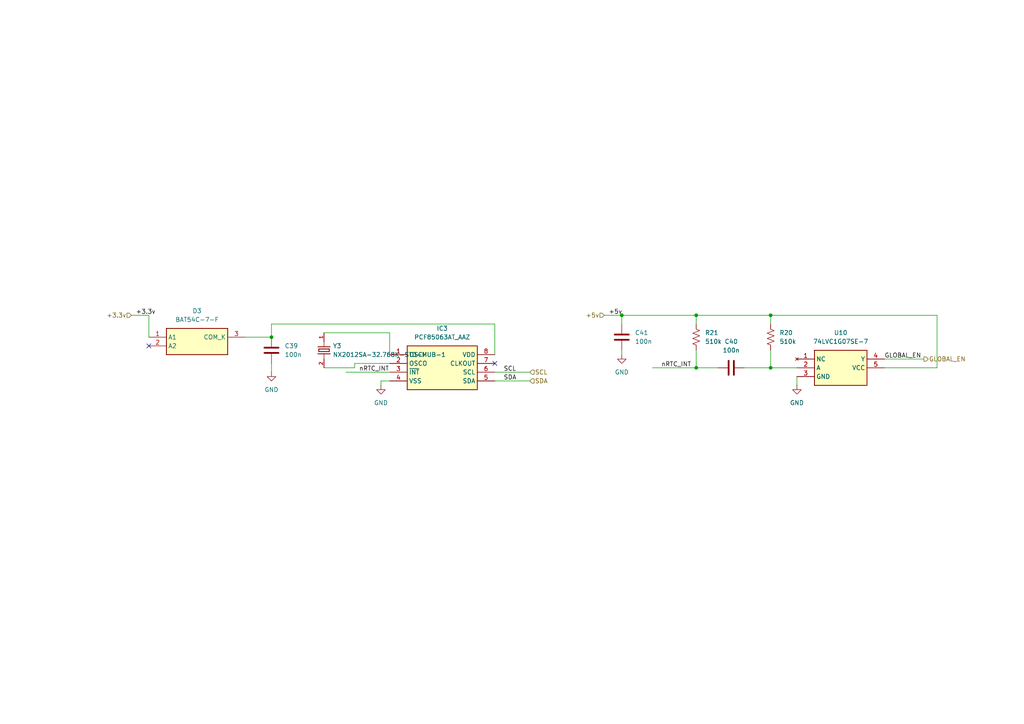
<source format=kicad_sch>
(kicad_sch
	(version 20231120)
	(generator "eeschema")
	(generator_version "8.0")
	(uuid "d11863fd-4ac7-4c92-b96b-d511265233cd")
	(paper "A4")
	(lib_symbols
		(symbol "74LVC1G07SE-7:74LVC1G07SE-7"
			(exclude_from_sim no)
			(in_bom yes)
			(on_board yes)
			(property "Reference" "U"
				(at 21.59 7.62 0)
				(effects
					(font
						(size 1.27 1.27)
					)
					(justify left top)
				)
			)
			(property "Value" "74LVC1G07SE-7"
				(at 21.59 5.08 0)
				(effects
					(font
						(size 1.27 1.27)
					)
					(justify left top)
				)
			)
			(property "Footprint" "SOT65P210X110-5N"
				(at 21.59 -94.92 0)
				(effects
					(font
						(size 1.27 1.27)
					)
					(justify left top)
					(hide yes)
				)
			)
			(property "Datasheet" "https://www.diodes.com//assets/Datasheets/74LVC1G07.pdf"
				(at 21.59 -194.92 0)
				(effects
					(font
						(size 1.27 1.27)
					)
					(justify left top)
					(hide yes)
				)
			)
			(property "Description" "Buffers & Line Drivers Single Gate Open Out 1.65 to 5.5V 32mA"
				(at 0 0 0)
				(effects
					(font
						(size 1.27 1.27)
					)
					(hide yes)
				)
			)
			(property "Height" "1.1"
				(at 21.59 -394.92 0)
				(effects
					(font
						(size 1.27 1.27)
					)
					(justify left top)
					(hide yes)
				)
			)
			(property "Mouser Part Number" "621-74LVC1G07SE-7"
				(at 21.59 -494.92 0)
				(effects
					(font
						(size 1.27 1.27)
					)
					(justify left top)
					(hide yes)
				)
			)
			(property "Mouser Price/Stock" "https://www.mouser.co.uk/ProductDetail/Diodes-Incorporated/74LVC1G07SE-7?qs=abZ1nkZpTuNoZmx9wrxFdA%3D%3D"
				(at 21.59 -594.92 0)
				(effects
					(font
						(size 1.27 1.27)
					)
					(justify left top)
					(hide yes)
				)
			)
			(property "Manufacturer_Name" "Diodes Incorporated"
				(at 21.59 -694.92 0)
				(effects
					(font
						(size 1.27 1.27)
					)
					(justify left top)
					(hide yes)
				)
			)
			(property "Manufacturer_Part_Number" "74LVC1G07SE-7"
				(at 21.59 -794.92 0)
				(effects
					(font
						(size 1.27 1.27)
					)
					(justify left top)
					(hide yes)
				)
			)
			(symbol "74LVC1G07SE-7_1_1"
				(rectangle
					(start 5.08 2.54)
					(end 20.32 -7.62)
					(stroke
						(width 0.254)
						(type default)
					)
					(fill
						(type background)
					)
				)
				(pin no_connect line
					(at 0 0 0)
					(length 5.08)
					(name "NC"
						(effects
							(font
								(size 1.27 1.27)
							)
						)
					)
					(number "1"
						(effects
							(font
								(size 1.27 1.27)
							)
						)
					)
				)
				(pin passive line
					(at 0 -2.54 0)
					(length 5.08)
					(name "A"
						(effects
							(font
								(size 1.27 1.27)
							)
						)
					)
					(number "2"
						(effects
							(font
								(size 1.27 1.27)
							)
						)
					)
				)
				(pin passive line
					(at 0 -5.08 0)
					(length 5.08)
					(name "GND"
						(effects
							(font
								(size 1.27 1.27)
							)
						)
					)
					(number "3"
						(effects
							(font
								(size 1.27 1.27)
							)
						)
					)
				)
				(pin passive line
					(at 25.4 0 180)
					(length 5.08)
					(name "Y"
						(effects
							(font
								(size 1.27 1.27)
							)
						)
					)
					(number "4"
						(effects
							(font
								(size 1.27 1.27)
							)
						)
					)
				)
				(pin passive line
					(at 25.4 -2.54 180)
					(length 5.08)
					(name "VCC"
						(effects
							(font
								(size 1.27 1.27)
							)
						)
					)
					(number "5"
						(effects
							(font
								(size 1.27 1.27)
							)
						)
					)
				)
			)
		)
		(symbol "BAT54C-7-F:BAT54C-7-F"
			(exclude_from_sim no)
			(in_bom yes)
			(on_board yes)
			(property "Reference" "D"
				(at 24.13 7.62 0)
				(effects
					(font
						(size 1.27 1.27)
					)
					(justify left top)
				)
			)
			(property "Value" "BAT54C-7-F"
				(at 24.13 5.08 0)
				(effects
					(font
						(size 1.27 1.27)
					)
					(justify left top)
				)
			)
			(property "Footprint" "SOT96P240X115-3N"
				(at 24.13 -94.92 0)
				(effects
					(font
						(size 1.27 1.27)
					)
					(justify left top)
					(hide yes)
				)
			)
			(property "Datasheet" "https://www.diodes.com//assets/Datasheets/BAT54_A_C_S.pdf"
				(at 24.13 -194.92 0)
				(effects
					(font
						(size 1.27 1.27)
					)
					(justify left top)
					(hide yes)
				)
			)
			(property "Description" "DiodesZetex   ,  30V, 3 SOT-23,  +150 C"
				(at 0 0 0)
				(effects
					(font
						(size 1.27 1.27)
					)
					(hide yes)
				)
			)
			(property "Height" "1.15"
				(at 24.13 -394.92 0)
				(effects
					(font
						(size 1.27 1.27)
					)
					(justify left top)
					(hide yes)
				)
			)
			(property "Mouser Part Number" "621-BAT54C-F"
				(at 24.13 -494.92 0)
				(effects
					(font
						(size 1.27 1.27)
					)
					(justify left top)
					(hide yes)
				)
			)
			(property "Mouser Price/Stock" "https://www.mouser.co.uk/ProductDetail/Diodes-Incorporated/BAT54C-7-F?qs=A%2FGeX6qn32NJhN9M%2F3GNcA%3D%3D"
				(at 24.13 -594.92 0)
				(effects
					(font
						(size 1.27 1.27)
					)
					(justify left top)
					(hide yes)
				)
			)
			(property "Manufacturer_Name" "Diodes Incorporated"
				(at 24.13 -694.92 0)
				(effects
					(font
						(size 1.27 1.27)
					)
					(justify left top)
					(hide yes)
				)
			)
			(property "Manufacturer_Part_Number" "BAT54C-7-F"
				(at 24.13 -794.92 0)
				(effects
					(font
						(size 1.27 1.27)
					)
					(justify left top)
					(hide yes)
				)
			)
			(symbol "BAT54C-7-F_1_1"
				(rectangle
					(start 5.08 2.54)
					(end 22.86 -5.08)
					(stroke
						(width 0.254)
						(type default)
					)
					(fill
						(type background)
					)
				)
				(pin passive line
					(at 0 0 0)
					(length 5.08)
					(name "A1"
						(effects
							(font
								(size 1.27 1.27)
							)
						)
					)
					(number "1"
						(effects
							(font
								(size 1.27 1.27)
							)
						)
					)
				)
				(pin passive line
					(at 0 -2.54 0)
					(length 5.08)
					(name "A2"
						(effects
							(font
								(size 1.27 1.27)
							)
						)
					)
					(number "2"
						(effects
							(font
								(size 1.27 1.27)
							)
						)
					)
				)
				(pin passive line
					(at 27.94 0 180)
					(length 5.08)
					(name "COM_K"
						(effects
							(font
								(size 1.27 1.27)
							)
						)
					)
					(number "3"
						(effects
							(font
								(size 1.27 1.27)
							)
						)
					)
				)
			)
		)
		(symbol "Device:C"
			(pin_numbers hide)
			(pin_names
				(offset 0.254)
			)
			(exclude_from_sim no)
			(in_bom yes)
			(on_board yes)
			(property "Reference" "C"
				(at 0.635 2.54 0)
				(effects
					(font
						(size 1.27 1.27)
					)
					(justify left)
				)
			)
			(property "Value" "C"
				(at 0.635 -2.54 0)
				(effects
					(font
						(size 1.27 1.27)
					)
					(justify left)
				)
			)
			(property "Footprint" ""
				(at 0.9652 -3.81 0)
				(effects
					(font
						(size 1.27 1.27)
					)
					(hide yes)
				)
			)
			(property "Datasheet" "~"
				(at 0 0 0)
				(effects
					(font
						(size 1.27 1.27)
					)
					(hide yes)
				)
			)
			(property "Description" "Unpolarized capacitor"
				(at 0 0 0)
				(effects
					(font
						(size 1.27 1.27)
					)
					(hide yes)
				)
			)
			(property "ki_keywords" "cap capacitor"
				(at 0 0 0)
				(effects
					(font
						(size 1.27 1.27)
					)
					(hide yes)
				)
			)
			(property "ki_fp_filters" "C_*"
				(at 0 0 0)
				(effects
					(font
						(size 1.27 1.27)
					)
					(hide yes)
				)
			)
			(symbol "C_0_1"
				(polyline
					(pts
						(xy -2.032 -0.762) (xy 2.032 -0.762)
					)
					(stroke
						(width 0.508)
						(type default)
					)
					(fill
						(type none)
					)
				)
				(polyline
					(pts
						(xy -2.032 0.762) (xy 2.032 0.762)
					)
					(stroke
						(width 0.508)
						(type default)
					)
					(fill
						(type none)
					)
				)
			)
			(symbol "C_1_1"
				(pin passive line
					(at 0 3.81 270)
					(length 2.794)
					(name "~"
						(effects
							(font
								(size 1.27 1.27)
							)
						)
					)
					(number "1"
						(effects
							(font
								(size 1.27 1.27)
							)
						)
					)
				)
				(pin passive line
					(at 0 -3.81 90)
					(length 2.794)
					(name "~"
						(effects
							(font
								(size 1.27 1.27)
							)
						)
					)
					(number "2"
						(effects
							(font
								(size 1.27 1.27)
							)
						)
					)
				)
			)
		)
		(symbol "Device:R_US"
			(pin_numbers hide)
			(pin_names
				(offset 0)
			)
			(exclude_from_sim no)
			(in_bom yes)
			(on_board yes)
			(property "Reference" "R"
				(at 2.54 0 90)
				(effects
					(font
						(size 1.27 1.27)
					)
				)
			)
			(property "Value" "R_US"
				(at -2.54 0 90)
				(effects
					(font
						(size 1.27 1.27)
					)
				)
			)
			(property "Footprint" ""
				(at 1.016 -0.254 90)
				(effects
					(font
						(size 1.27 1.27)
					)
					(hide yes)
				)
			)
			(property "Datasheet" "~"
				(at 0 0 0)
				(effects
					(font
						(size 1.27 1.27)
					)
					(hide yes)
				)
			)
			(property "Description" "Resistor, US symbol"
				(at 0 0 0)
				(effects
					(font
						(size 1.27 1.27)
					)
					(hide yes)
				)
			)
			(property "ki_keywords" "R res resistor"
				(at 0 0 0)
				(effects
					(font
						(size 1.27 1.27)
					)
					(hide yes)
				)
			)
			(property "ki_fp_filters" "R_*"
				(at 0 0 0)
				(effects
					(font
						(size 1.27 1.27)
					)
					(hide yes)
				)
			)
			(symbol "R_US_0_1"
				(polyline
					(pts
						(xy 0 -2.286) (xy 0 -2.54)
					)
					(stroke
						(width 0)
						(type default)
					)
					(fill
						(type none)
					)
				)
				(polyline
					(pts
						(xy 0 2.286) (xy 0 2.54)
					)
					(stroke
						(width 0)
						(type default)
					)
					(fill
						(type none)
					)
				)
				(polyline
					(pts
						(xy 0 -0.762) (xy 1.016 -1.143) (xy 0 -1.524) (xy -1.016 -1.905) (xy 0 -2.286)
					)
					(stroke
						(width 0)
						(type default)
					)
					(fill
						(type none)
					)
				)
				(polyline
					(pts
						(xy 0 0.762) (xy 1.016 0.381) (xy 0 0) (xy -1.016 -0.381) (xy 0 -0.762)
					)
					(stroke
						(width 0)
						(type default)
					)
					(fill
						(type none)
					)
				)
				(polyline
					(pts
						(xy 0 2.286) (xy 1.016 1.905) (xy 0 1.524) (xy -1.016 1.143) (xy 0 0.762)
					)
					(stroke
						(width 0)
						(type default)
					)
					(fill
						(type none)
					)
				)
			)
			(symbol "R_US_1_1"
				(pin passive line
					(at 0 3.81 270)
					(length 1.27)
					(name "~"
						(effects
							(font
								(size 1.27 1.27)
							)
						)
					)
					(number "1"
						(effects
							(font
								(size 1.27 1.27)
							)
						)
					)
				)
				(pin passive line
					(at 0 -3.81 90)
					(length 1.27)
					(name "~"
						(effects
							(font
								(size 1.27 1.27)
							)
						)
					)
					(number "2"
						(effects
							(font
								(size 1.27 1.27)
							)
						)
					)
				)
			)
		)
		(symbol "NX2012SA-32.768K-STD-MUB-1:NX2012SA-32.768K-STD-MUB-1"
			(pin_names
				(offset 1.016)
			)
			(exclude_from_sim no)
			(in_bom yes)
			(on_board yes)
			(property "Reference" "Y"
				(at -5.0919 3.8189 0)
				(effects
					(font
						(size 1.27 1.27)
					)
					(justify left bottom)
				)
			)
			(property "Value" "NX2012SA-32.768K-STD-MUB-1"
				(at -5.0911 -5.0911 0)
				(effects
					(font
						(size 1.27 1.27)
					)
					(justify left bottom)
				)
			)
			(property "Footprint" "NX2012SA-32.768K-STD-MUB-1:XTAL_NX2012SA-32.768K-STD-MUB-1"
				(at 0 0 0)
				(effects
					(font
						(size 1.27 1.27)
					)
					(justify bottom)
					(hide yes)
				)
			)
			(property "Datasheet" ""
				(at 0 0 0)
				(effects
					(font
						(size 1.27 1.27)
					)
					(hide yes)
				)
			)
			(property "Description" "Crystal 32.7680khz 12.5pf Smd"
				(at 0 0 0)
				(effects
					(font
						(size 1.27 1.27)
					)
					(justify bottom)
					(hide yes)
				)
			)
			(property "MF" "NDK America,"
				(at 0 0 0)
				(effects
					(font
						(size 1.27 1.27)
					)
					(justify bottom)
					(hide yes)
				)
			)
			(property "PACKAGE" "SMD-2"
				(at 0 0 0)
				(effects
					(font
						(size 1.27 1.27)
					)
					(justify bottom)
					(hide yes)
				)
			)
			(property "PRICE" "None"
				(at 0 0 0)
				(effects
					(font
						(size 1.27 1.27)
					)
					(justify bottom)
					(hide yes)
				)
			)
			(property "Package" "SMD-2 NDK"
				(at 0 0 0)
				(effects
					(font
						(size 1.27 1.27)
					)
					(justify bottom)
					(hide yes)
				)
			)
			(property "Check_prices" "https://www.snapeda.com/parts/NX2012SA-32.768K-STD-MUB-1/NDK+America%252C+Inc./view-part/?ref=eda"
				(at 0 0 0)
				(effects
					(font
						(size 1.27 1.27)
					)
					(justify bottom)
					(hide yes)
				)
			)
			(property "STANDARD" "Manufacturer Recommendation"
				(at 0 0 0)
				(effects
					(font
						(size 1.27 1.27)
					)
					(justify bottom)
					(hide yes)
				)
			)
			(property "SnapEDA_Link" "https://www.snapeda.com/parts/NX2012SA-32.768K-STD-MUB-1/NDK+America%252C+Inc./view-part/?ref=snap"
				(at 0 0 0)
				(effects
					(font
						(size 1.27 1.27)
					)
					(justify bottom)
					(hide yes)
				)
			)
			(property "MP" "NX2012SA-32.768K-STD-MUB-1"
				(at 0 0 0)
				(effects
					(font
						(size 1.27 1.27)
					)
					(justify bottom)
					(hide yes)
				)
			)
			(property "Purchase-URL" "https://www.snapeda.com/api/url_track_click_mouser/?unipart_id=289046&manufacturer=NDK America,&part_name=NX2012SA-32.768K-STD-MUB-1&search_term=nx2012sa-32.768k-std-mub-1"
				(at 0 0 0)
				(effects
					(font
						(size 1.27 1.27)
					)
					(justify bottom)
					(hide yes)
				)
			)
			(property "Price" "None"
				(at 0 0 0)
				(effects
					(font
						(size 1.27 1.27)
					)
					(justify bottom)
					(hide yes)
				)
			)
			(property "Availability" "In Stock"
				(at 0 0 0)
				(effects
					(font
						(size 1.27 1.27)
					)
					(justify bottom)
					(hide yes)
				)
			)
			(property "AVAILABILITY" "Unavailable"
				(at 0 0 0)
				(effects
					(font
						(size 1.27 1.27)
					)
					(justify bottom)
					(hide yes)
				)
			)
			(property "Description_1" "\n32.768 kHz ±20ppm Crystal 12.5pF 80 kOhms 2-SMD, No Lead\n"
				(at 0 0 0)
				(effects
					(font
						(size 1.27 1.27)
					)
					(justify bottom)
					(hide yes)
				)
			)
			(symbol "NX2012SA-32.768K-STD-MUB-1_0_0"
				(polyline
					(pts
						(xy -2.54 0) (xy -1.016 0)
					)
					(stroke
						(width 0.1524)
						(type default)
					)
					(fill
						(type none)
					)
				)
				(polyline
					(pts
						(xy -1.016 1.778) (xy -1.016 -1.778)
					)
					(stroke
						(width 0.254)
						(type default)
					)
					(fill
						(type none)
					)
				)
				(polyline
					(pts
						(xy -0.381 -1.524) (xy 0.381 -1.524)
					)
					(stroke
						(width 0.254)
						(type default)
					)
					(fill
						(type none)
					)
				)
				(polyline
					(pts
						(xy -0.381 1.524) (xy -0.381 -1.524)
					)
					(stroke
						(width 0.254)
						(type default)
					)
					(fill
						(type none)
					)
				)
				(polyline
					(pts
						(xy 0.381 -1.524) (xy 0.381 1.524)
					)
					(stroke
						(width 0.254)
						(type default)
					)
					(fill
						(type none)
					)
				)
				(polyline
					(pts
						(xy 0.381 1.524) (xy -0.381 1.524)
					)
					(stroke
						(width 0.254)
						(type default)
					)
					(fill
						(type none)
					)
				)
				(polyline
					(pts
						(xy 1.016 0) (xy 2.54 0)
					)
					(stroke
						(width 0.1524)
						(type default)
					)
					(fill
						(type none)
					)
				)
				(polyline
					(pts
						(xy 1.016 1.778) (xy 1.016 -1.778)
					)
					(stroke
						(width 0.254)
						(type default)
					)
					(fill
						(type none)
					)
				)
				(pin passive line
					(at -5.08 0 0)
					(length 2.54)
					(name "~"
						(effects
							(font
								(size 1.016 1.016)
							)
						)
					)
					(number "1"
						(effects
							(font
								(size 1.016 1.016)
							)
						)
					)
				)
				(pin passive line
					(at 5.08 0 180)
					(length 2.54)
					(name "~"
						(effects
							(font
								(size 1.016 1.016)
							)
						)
					)
					(number "2"
						(effects
							(font
								(size 1.016 1.016)
							)
						)
					)
				)
			)
		)
		(symbol "PCF85063AT_AAZ:PCF85063AT_AAZ"
			(exclude_from_sim no)
			(in_bom yes)
			(on_board yes)
			(property "Reference" "IC"
				(at 26.67 7.62 0)
				(effects
					(font
						(size 1.27 1.27)
					)
					(justify left top)
				)
			)
			(property "Value" "PCF85063AT_AAZ"
				(at 26.67 5.08 0)
				(effects
					(font
						(size 1.27 1.27)
					)
					(justify left top)
				)
			)
			(property "Footprint" "SOIC127P600X175-8N"
				(at 26.67 -94.92 0)
				(effects
					(font
						(size 1.27 1.27)
					)
					(justify left top)
					(hide yes)
				)
			)
			(property "Datasheet" "http://www.nxp.com/docs/en/data-sheet/PCF85063A.pdf"
				(at 26.67 -194.92 0)
				(effects
					(font
						(size 1.27 1.27)
					)
					(justify left top)
					(hide yes)
				)
			)
			(property "Description" "Real Time Clock Low Power Real time clocks"
				(at 0 0 0)
				(effects
					(font
						(size 1.27 1.27)
					)
					(hide yes)
				)
			)
			(property "Height" "1.75"
				(at 26.67 -394.92 0)
				(effects
					(font
						(size 1.27 1.27)
					)
					(justify left top)
					(hide yes)
				)
			)
			(property "Mouser Part Number" "771-PCF85063AT/AAZ"
				(at 26.67 -494.92 0)
				(effects
					(font
						(size 1.27 1.27)
					)
					(justify left top)
					(hide yes)
				)
			)
			(property "Mouser Price/Stock" "https://www.mouser.co.uk/ProductDetail/NXP-Semiconductors/PCF85063AT-AAZ?qs=sV%252BQJnSpgu9E5WpV9lmUdg%3D%3D"
				(at 26.67 -594.92 0)
				(effects
					(font
						(size 1.27 1.27)
					)
					(justify left top)
					(hide yes)
				)
			)
			(property "Manufacturer_Name" "NXP"
				(at 26.67 -694.92 0)
				(effects
					(font
						(size 1.27 1.27)
					)
					(justify left top)
					(hide yes)
				)
			)
			(property "Manufacturer_Part_Number" "PCF85063AT/AAZ"
				(at 26.67 -794.92 0)
				(effects
					(font
						(size 1.27 1.27)
					)
					(justify left top)
					(hide yes)
				)
			)
			(symbol "PCF85063AT_AAZ_1_1"
				(rectangle
					(start 5.08 2.54)
					(end 25.4 -10.16)
					(stroke
						(width 0.254)
						(type default)
					)
					(fill
						(type background)
					)
				)
				(pin passive line
					(at 0 0 0)
					(length 5.08)
					(name "OSCI"
						(effects
							(font
								(size 1.27 1.27)
							)
						)
					)
					(number "1"
						(effects
							(font
								(size 1.27 1.27)
							)
						)
					)
				)
				(pin passive line
					(at 0 -2.54 0)
					(length 5.08)
					(name "OSCO"
						(effects
							(font
								(size 1.27 1.27)
							)
						)
					)
					(number "2"
						(effects
							(font
								(size 1.27 1.27)
							)
						)
					)
				)
				(pin passive line
					(at 0 -5.08 0)
					(length 5.08)
					(name "~{INT}"
						(effects
							(font
								(size 1.27 1.27)
							)
						)
					)
					(number "3"
						(effects
							(font
								(size 1.27 1.27)
							)
						)
					)
				)
				(pin passive line
					(at 0 -7.62 0)
					(length 5.08)
					(name "VSS"
						(effects
							(font
								(size 1.27 1.27)
							)
						)
					)
					(number "4"
						(effects
							(font
								(size 1.27 1.27)
							)
						)
					)
				)
				(pin passive line
					(at 30.48 -7.62 180)
					(length 5.08)
					(name "SDA"
						(effects
							(font
								(size 1.27 1.27)
							)
						)
					)
					(number "5"
						(effects
							(font
								(size 1.27 1.27)
							)
						)
					)
				)
				(pin passive line
					(at 30.48 -5.08 180)
					(length 5.08)
					(name "SCL"
						(effects
							(font
								(size 1.27 1.27)
							)
						)
					)
					(number "6"
						(effects
							(font
								(size 1.27 1.27)
							)
						)
					)
				)
				(pin passive line
					(at 30.48 -2.54 180)
					(length 5.08)
					(name "CLKOUT"
						(effects
							(font
								(size 1.27 1.27)
							)
						)
					)
					(number "7"
						(effects
							(font
								(size 1.27 1.27)
							)
						)
					)
				)
				(pin passive line
					(at 30.48 0 180)
					(length 5.08)
					(name "VDD"
						(effects
							(font
								(size 1.27 1.27)
							)
						)
					)
					(number "8"
						(effects
							(font
								(size 1.27 1.27)
							)
						)
					)
				)
			)
		)
		(symbol "power:GND"
			(power)
			(pin_numbers hide)
			(pin_names
				(offset 0) hide)
			(exclude_from_sim no)
			(in_bom yes)
			(on_board yes)
			(property "Reference" "#PWR"
				(at 0 -6.35 0)
				(effects
					(font
						(size 1.27 1.27)
					)
					(hide yes)
				)
			)
			(property "Value" "GND"
				(at 0 -3.81 0)
				(effects
					(font
						(size 1.27 1.27)
					)
				)
			)
			(property "Footprint" ""
				(at 0 0 0)
				(effects
					(font
						(size 1.27 1.27)
					)
					(hide yes)
				)
			)
			(property "Datasheet" ""
				(at 0 0 0)
				(effects
					(font
						(size 1.27 1.27)
					)
					(hide yes)
				)
			)
			(property "Description" "Power symbol creates a global label with name \"GND\" , ground"
				(at 0 0 0)
				(effects
					(font
						(size 1.27 1.27)
					)
					(hide yes)
				)
			)
			(property "ki_keywords" "global power"
				(at 0 0 0)
				(effects
					(font
						(size 1.27 1.27)
					)
					(hide yes)
				)
			)
			(symbol "GND_0_1"
				(polyline
					(pts
						(xy 0 0) (xy 0 -1.27) (xy 1.27 -1.27) (xy 0 -2.54) (xy -1.27 -1.27) (xy 0 -1.27)
					)
					(stroke
						(width 0)
						(type default)
					)
					(fill
						(type none)
					)
				)
			)
			(symbol "GND_1_1"
				(pin power_in line
					(at 0 0 270)
					(length 0)
					(name "~"
						(effects
							(font
								(size 1.27 1.27)
							)
						)
					)
					(number "1"
						(effects
							(font
								(size 1.27 1.27)
							)
						)
					)
				)
			)
		)
	)
	(junction
		(at 223.52 91.44)
		(diameter 0)
		(color 0 0 0 0)
		(uuid "26a5e99e-e977-41d4-839d-34be35ff75bb")
	)
	(junction
		(at 180.34 91.44)
		(diameter 0)
		(color 0 0 0 0)
		(uuid "39365fa9-6018-4071-9f7f-1dd56405dba6")
	)
	(junction
		(at 223.52 106.68)
		(diameter 0)
		(color 0 0 0 0)
		(uuid "52b2b1ac-b579-4511-b7bf-0261fd2a21a3")
	)
	(junction
		(at 78.74 97.79)
		(diameter 0)
		(color 0 0 0 0)
		(uuid "66b5156f-0076-4183-ba30-7d91b6ed5501")
	)
	(junction
		(at 201.93 91.44)
		(diameter 0)
		(color 0 0 0 0)
		(uuid "a6176228-0429-4506-bb3f-7ee29ec12e44")
	)
	(junction
		(at 201.93 106.68)
		(diameter 0)
		(color 0 0 0 0)
		(uuid "d2f8de26-1299-4fc8-9dc2-60302051c701")
	)
	(no_connect
		(at 43.18 100.33)
		(uuid "127dd64f-cddd-46aa-9aa7-b5ab6bc37fbe")
	)
	(no_connect
		(at 143.51 105.41)
		(uuid "ec74f252-649d-4018-b422-48e28b4e33b9")
	)
	(wire
		(pts
			(xy 113.03 96.52) (xy 113.03 102.87)
		)
		(stroke
			(width 0)
			(type default)
		)
		(uuid "0aba4336-ee14-49f8-b58f-74ac74eaeba2")
	)
	(wire
		(pts
			(xy 38.1 91.44) (xy 43.18 91.44)
		)
		(stroke
			(width 0)
			(type default)
		)
		(uuid "0c176805-c3e3-4554-9c16-74f0dfaeac98")
	)
	(wire
		(pts
			(xy 223.52 91.44) (xy 223.52 93.98)
		)
		(stroke
			(width 0)
			(type default)
		)
		(uuid "104060de-4237-4f5c-ad07-ca61561e590e")
	)
	(wire
		(pts
			(xy 223.52 91.44) (xy 201.93 91.44)
		)
		(stroke
			(width 0)
			(type default)
		)
		(uuid "147fa162-61e9-45b0-a50e-60ed0bbfb579")
	)
	(wire
		(pts
			(xy 271.78 106.68) (xy 271.78 91.44)
		)
		(stroke
			(width 0)
			(type default)
		)
		(uuid "1d355404-e704-4196-96dc-aaa783dc3576")
	)
	(wire
		(pts
			(xy 201.93 91.44) (xy 201.93 93.98)
		)
		(stroke
			(width 0)
			(type default)
		)
		(uuid "267fec06-ef15-49a5-951d-164c29097696")
	)
	(wire
		(pts
			(xy 180.34 101.6) (xy 180.34 102.87)
		)
		(stroke
			(width 0)
			(type default)
		)
		(uuid "2bb5cf57-ac88-4c31-864c-13a209823518")
	)
	(wire
		(pts
			(xy 231.14 109.22) (xy 231.14 111.76)
		)
		(stroke
			(width 0)
			(type default)
		)
		(uuid "2c457e24-f467-4f36-87cc-83e9582e89f6")
	)
	(wire
		(pts
			(xy 43.18 97.79) (xy 43.18 91.44)
		)
		(stroke
			(width 0)
			(type default)
		)
		(uuid "32b1e9cc-d1d7-4d2d-b672-2bc2b18968dd")
	)
	(wire
		(pts
			(xy 110.49 111.76) (xy 110.49 110.49)
		)
		(stroke
			(width 0)
			(type default)
		)
		(uuid "3c054c7c-dd16-43b6-8a50-bfd972d80c01")
	)
	(wire
		(pts
			(xy 143.51 102.87) (xy 143.51 93.98)
		)
		(stroke
			(width 0)
			(type default)
		)
		(uuid "46890b7c-ad55-4853-99d0-fe6ff2a21ae5")
	)
	(wire
		(pts
			(xy 110.49 110.49) (xy 113.03 110.49)
		)
		(stroke
			(width 0)
			(type default)
		)
		(uuid "4ab9be4f-9df4-446e-b872-fcb496870379")
	)
	(wire
		(pts
			(xy 271.78 91.44) (xy 223.52 91.44)
		)
		(stroke
			(width 0)
			(type default)
		)
		(uuid "5f554fe3-51dc-44e2-98e9-ac199eff9fe4")
	)
	(wire
		(pts
			(xy 256.54 106.68) (xy 271.78 106.68)
		)
		(stroke
			(width 0)
			(type default)
		)
		(uuid "5f60f273-57cd-4b4b-8710-891795aa04d7")
	)
	(wire
		(pts
			(xy 78.74 93.98) (xy 143.51 93.98)
		)
		(stroke
			(width 0)
			(type default)
		)
		(uuid "67603d68-301c-43c2-9191-a52aa7c00e4e")
	)
	(wire
		(pts
			(xy 100.33 107.95) (xy 113.03 107.95)
		)
		(stroke
			(width 0)
			(type default)
		)
		(uuid "6a1dccc6-ee80-44e9-ac72-15bd3262b79f")
	)
	(wire
		(pts
			(xy 93.98 96.52) (xy 113.03 96.52)
		)
		(stroke
			(width 0)
			(type default)
		)
		(uuid "6a34eb5f-3bc7-4f84-829d-faa5ea810f3d")
	)
	(wire
		(pts
			(xy 256.54 104.14) (xy 267.97 104.14)
		)
		(stroke
			(width 0)
			(type default)
		)
		(uuid "74fd91e4-3446-48ab-8db5-8647f38c43d0")
	)
	(wire
		(pts
			(xy 175.26 91.44) (xy 180.34 91.44)
		)
		(stroke
			(width 0)
			(type default)
		)
		(uuid "7de0760a-b7bd-4dd3-8029-7d98680fb919")
	)
	(wire
		(pts
			(xy 102.87 105.41) (xy 102.87 106.68)
		)
		(stroke
			(width 0)
			(type default)
		)
		(uuid "8318c912-a0f8-4528-bafe-ed2ebcd3981e")
	)
	(wire
		(pts
			(xy 201.93 106.68) (xy 208.28 106.68)
		)
		(stroke
			(width 0)
			(type default)
		)
		(uuid "89391d2f-7c65-4cee-8aa6-1a2373383edc")
	)
	(wire
		(pts
			(xy 143.51 107.95) (xy 153.67 107.95)
		)
		(stroke
			(width 0)
			(type default)
		)
		(uuid "95f1adf4-500d-469e-ad66-b8d8add392d6")
	)
	(wire
		(pts
			(xy 78.74 93.98) (xy 78.74 97.79)
		)
		(stroke
			(width 0)
			(type default)
		)
		(uuid "a1488eb0-8509-4e0f-ab68-ba484a934ea9")
	)
	(wire
		(pts
			(xy 113.03 105.41) (xy 102.87 105.41)
		)
		(stroke
			(width 0)
			(type default)
		)
		(uuid "a6aad38b-2426-4e68-a3ed-aab350870bb1")
	)
	(wire
		(pts
			(xy 102.87 106.68) (xy 93.98 106.68)
		)
		(stroke
			(width 0)
			(type default)
		)
		(uuid "ab440462-9c20-4960-98a7-379b999efea1")
	)
	(wire
		(pts
			(xy 215.9 106.68) (xy 223.52 106.68)
		)
		(stroke
			(width 0)
			(type default)
		)
		(uuid "b4c10d1d-c5cf-4b1f-b859-a70b0d82b170")
	)
	(wire
		(pts
			(xy 71.12 97.79) (xy 78.74 97.79)
		)
		(stroke
			(width 0)
			(type default)
		)
		(uuid "beff7b71-d3ad-463c-a40f-a9106491264a")
	)
	(wire
		(pts
			(xy 223.52 106.68) (xy 231.14 106.68)
		)
		(stroke
			(width 0)
			(type default)
		)
		(uuid "c1ee7c2c-aa53-4a22-942f-c6a6fca3f7b7")
	)
	(wire
		(pts
			(xy 180.34 91.44) (xy 201.93 91.44)
		)
		(stroke
			(width 0)
			(type default)
		)
		(uuid "c31aeb7d-d869-46e3-9624-823038aceee5")
	)
	(wire
		(pts
			(xy 201.93 101.6) (xy 201.93 106.68)
		)
		(stroke
			(width 0)
			(type default)
		)
		(uuid "cc113d18-2b14-4b8a-9d0b-9255468ad06e")
	)
	(wire
		(pts
			(xy 143.51 110.49) (xy 153.67 110.49)
		)
		(stroke
			(width 0)
			(type default)
		)
		(uuid "cc7ceecb-cdbc-4cba-ae24-554638fe5991")
	)
	(wire
		(pts
			(xy 189.23 106.68) (xy 201.93 106.68)
		)
		(stroke
			(width 0)
			(type default)
		)
		(uuid "df8af3a8-aad0-4e23-a2e7-fa9e732132bc")
	)
	(wire
		(pts
			(xy 180.34 91.44) (xy 180.34 93.98)
		)
		(stroke
			(width 0)
			(type default)
		)
		(uuid "ee8e4d47-293f-40bd-9cb2-d0a2287dcc63")
	)
	(wire
		(pts
			(xy 223.52 101.6) (xy 223.52 106.68)
		)
		(stroke
			(width 0)
			(type default)
		)
		(uuid "f19275bd-fe30-4182-9b8e-7d2df441fff9")
	)
	(wire
		(pts
			(xy 78.74 105.41) (xy 78.74 107.95)
		)
		(stroke
			(width 0)
			(type default)
		)
		(uuid "fb8dbb6f-a4ab-40f8-bbe3-2a53d1ecf563")
	)
	(label "GLOBAL_EN"
		(at 256.54 104.14 0)
		(fields_autoplaced yes)
		(effects
			(font
				(size 1.27 1.27)
			)
			(justify left bottom)
		)
		(uuid "0fcca671-5075-4af1-9561-e2f2014f8858")
	)
	(label "SDA"
		(at 146.05 110.49 0)
		(fields_autoplaced yes)
		(effects
			(font
				(size 1.27 1.27)
			)
			(justify left bottom)
		)
		(uuid "5e449910-a777-4d89-9b18-f8bbc1183441")
	)
	(label "SCL"
		(at 146.05 107.95 0)
		(fields_autoplaced yes)
		(effects
			(font
				(size 1.27 1.27)
			)
			(justify left bottom)
		)
		(uuid "705ed99c-d781-42fe-87e4-8cfab88e4f7a")
	)
	(label "nRTC_INT"
		(at 104.14 107.95 0)
		(fields_autoplaced yes)
		(effects
			(font
				(size 1.27 1.27)
			)
			(justify left bottom)
		)
		(uuid "85089603-242f-44c9-9a90-20e976af5b13")
	)
	(label "+3.3v"
		(at 39.37 91.44 0)
		(fields_autoplaced yes)
		(effects
			(font
				(size 1.27 1.27)
			)
			(justify left bottom)
		)
		(uuid "9ecd1b10-88ac-42a4-b111-2372b506efc0")
	)
	(label "+5v"
		(at 176.53 91.44 0)
		(fields_autoplaced yes)
		(effects
			(font
				(size 1.27 1.27)
			)
			(justify left bottom)
		)
		(uuid "a106e85f-f9cb-41db-8b39-1ecae1a10d68")
	)
	(label "nRTC_INT"
		(at 191.77 106.68 0)
		(fields_autoplaced yes)
		(effects
			(font
				(size 1.27 1.27)
			)
			(justify left bottom)
		)
		(uuid "ebac9fd0-bfc2-4144-87e6-b8ee373ce823")
	)
	(hierarchical_label "SCL"
		(shape input)
		(at 153.67 107.95 0)
		(fields_autoplaced yes)
		(effects
			(font
				(size 1.27 1.27)
			)
			(justify left)
		)
		(uuid "1efd721d-20bd-413f-9fa1-a501a49bd84c")
	)
	(hierarchical_label "GLOBAL_EN"
		(shape output)
		(at 267.97 104.14 0)
		(fields_autoplaced yes)
		(effects
			(font
				(size 1.27 1.27)
			)
			(justify left)
		)
		(uuid "1f352f7a-bee8-4426-9c84-b827237fc14c")
	)
	(hierarchical_label "SDA"
		(shape input)
		(at 153.67 110.49 0)
		(fields_autoplaced yes)
		(effects
			(font
				(size 1.27 1.27)
			)
			(justify left)
		)
		(uuid "5c14f730-3088-491c-8a9f-ca2657bfcc6f")
	)
	(hierarchical_label "+5v"
		(shape input)
		(at 175.26 91.44 180)
		(fields_autoplaced yes)
		(effects
			(font
				(size 1.27 1.27)
			)
			(justify right)
		)
		(uuid "83aea61e-bea1-471d-b596-9ee5730b2dad")
	)
	(hierarchical_label "+3.3v"
		(shape input)
		(at 38.1 91.44 180)
		(fields_autoplaced yes)
		(effects
			(font
				(size 1.27 1.27)
			)
			(justify right)
		)
		(uuid "c2d82cef-f12c-47a3-bd1f-6544cd42bf09")
	)
	(symbol
		(lib_id "NX2012SA-32.768K-STD-MUB-1:NX2012SA-32.768K-STD-MUB-1")
		(at 93.98 101.6 270)
		(unit 1)
		(exclude_from_sim no)
		(in_bom yes)
		(on_board yes)
		(dnp no)
		(fields_autoplaced yes)
		(uuid "03dc2a97-05df-44d8-ad5c-ec3aa63f3876")
		(property "Reference" "Y3"
			(at 96.52 100.3299 90)
			(effects
				(font
					(size 1.27 1.27)
				)
				(justify left)
			)
		)
		(property "Value" "NX2012SA-32.768K-STD-MUB-1"
			(at 96.52 102.8699 90)
			(effects
				(font
					(size 1.27 1.27)
				)
				(justify left)
			)
		)
		(property "Footprint" "NX2012SA-32.768K-STD-MUB-1:XTAL_NX2012SA-32.768K-STD-MUB-1"
			(at 93.98 101.6 0)
			(effects
				(font
					(size 1.27 1.27)
				)
				(justify bottom)
				(hide yes)
			)
		)
		(property "Datasheet" ""
			(at 93.98 101.6 0)
			(effects
				(font
					(size 1.27 1.27)
				)
				(hide yes)
			)
		)
		(property "Description" ""
			(at 93.98 101.6 0)
			(effects
				(font
					(size 1.27 1.27)
				)
				(hide yes)
			)
		)
		(property "MF" "NDK America,"
			(at 93.98 101.6 0)
			(effects
				(font
					(size 1.27 1.27)
				)
				(justify bottom)
				(hide yes)
			)
		)
		(property "DESCRIPTION" "Crystal 32.7680khz 12.5pf Smd"
			(at 93.98 101.6 0)
			(effects
				(font
					(size 1.27 1.27)
				)
				(justify bottom)
				(hide yes)
			)
		)
		(property "PACKAGE" "SMD-2"
			(at 93.98 101.6 0)
			(effects
				(font
					(size 1.27 1.27)
				)
				(justify bottom)
				(hide yes)
			)
		)
		(property "PRICE" "None"
			(at 93.98 101.6 0)
			(effects
				(font
					(size 1.27 1.27)
				)
				(justify bottom)
				(hide yes)
			)
		)
		(property "Package" "SMD-2 NDK"
			(at 93.98 101.6 0)
			(effects
				(font
					(size 1.27 1.27)
				)
				(justify bottom)
				(hide yes)
			)
		)
		(property "Check_prices" "https://www.snapeda.com/parts/NX2012SA-32.768K-STD-MUB-1/NDK+America%252C+Inc./view-part/?ref=eda"
			(at 93.98 101.6 0)
			(effects
				(font
					(size 1.27 1.27)
				)
				(justify bottom)
				(hide yes)
			)
		)
		(property "STANDARD" "Manufacturer Recommendation"
			(at 93.98 101.6 0)
			(effects
				(font
					(size 1.27 1.27)
				)
				(justify bottom)
				(hide yes)
			)
		)
		(property "SnapEDA_Link" "https://www.snapeda.com/parts/NX2012SA-32.768K-STD-MUB-1/NDK+America%252C+Inc./view-part/?ref=snap"
			(at 93.98 101.6 0)
			(effects
				(font
					(size 1.27 1.27)
				)
				(justify bottom)
				(hide yes)
			)
		)
		(property "MP" "NX2012SA-32.768K-STD-MUB-1"
			(at 93.98 101.6 0)
			(effects
				(font
					(size 1.27 1.27)
				)
				(justify bottom)
				(hide yes)
			)
		)
		(property "Purchase-URL" "https://www.snapeda.com/api/url_track_click_mouser/?unipart_id=289046&manufacturer=NDK America,&part_name=NX2012SA-32.768K-STD-MUB-1&search_term=nx2012sa-32.768k-std-mub-1"
			(at 93.98 101.6 0)
			(effects
				(font
					(size 1.27 1.27)
				)
				(justify bottom)
				(hide yes)
			)
		)
		(property "Price" "None"
			(at 93.98 101.6 0)
			(effects
				(font
					(size 1.27 1.27)
				)
				(justify bottom)
				(hide yes)
			)
		)
		(property "Availability" "In Stock"
			(at 93.98 101.6 0)
			(effects
				(font
					(size 1.27 1.27)
				)
				(justify bottom)
				(hide yes)
			)
		)
		(property "AVAILABILITY" "Unavailable"
			(at 93.98 101.6 0)
			(effects
				(font
					(size 1.27 1.27)
				)
				(justify bottom)
				(hide yes)
			)
		)
		(property "Description_1" "\n32.768 kHz ±20ppm Crystal 12.5pF 80 kOhms 2-SMD, No Lead\n"
			(at 93.98 101.6 0)
			(effects
				(font
					(size 1.27 1.27)
				)
				(justify bottom)
				(hide yes)
			)
		)
		(pin "1"
			(uuid "e1f872cb-c348-405f-988f-fc0adfc11e7a")
		)
		(pin "2"
			(uuid "7fb8ef6c-018c-450e-9c83-d53b1f0a5b92")
		)
		(instances
			(project "DAS-Raspi"
				(path "/af259caa-2224-4218-ba31-7c4f2c7a8c5c/5a67d527-4072-4e2f-b9bc-c35b94f1963a"
					(reference "Y3")
					(unit 1)
				)
			)
		)
	)
	(symbol
		(lib_id "Device:R_US")
		(at 201.93 97.79 0)
		(unit 1)
		(exclude_from_sim no)
		(in_bom yes)
		(on_board yes)
		(dnp no)
		(fields_autoplaced yes)
		(uuid "0413e44d-01f6-4e56-91e4-6adec4cb0e5e")
		(property "Reference" "R21"
			(at 204.47 96.5199 0)
			(effects
				(font
					(size 1.27 1.27)
				)
				(justify left)
			)
		)
		(property "Value" "510k"
			(at 204.47 99.0599 0)
			(effects
				(font
					(size 1.27 1.27)
				)
				(justify left)
			)
		)
		(property "Footprint" "Resistor_SMD:R_0805_2012Metric"
			(at 202.946 98.044 90)
			(effects
				(font
					(size 1.27 1.27)
				)
				(hide yes)
			)
		)
		(property "Datasheet" "~"
			(at 201.93 97.79 0)
			(effects
				(font
					(size 1.27 1.27)
				)
				(hide yes)
			)
		)
		(property "Description" "Resistor, US symbol"
			(at 201.93 97.79 0)
			(effects
				(font
					(size 1.27 1.27)
				)
				(hide yes)
			)
		)
		(pin "1"
			(uuid "9cf6ff95-7259-4607-a052-dc0da42be3f0")
		)
		(pin "2"
			(uuid "2605b42f-21e7-4b1c-ad9b-a36cb7cc8bb2")
		)
		(instances
			(project "DAS-Raspi"
				(path "/af259caa-2224-4218-ba31-7c4f2c7a8c5c/5a67d527-4072-4e2f-b9bc-c35b94f1963a"
					(reference "R21")
					(unit 1)
				)
			)
		)
	)
	(symbol
		(lib_id "Device:C")
		(at 212.09 106.68 90)
		(unit 1)
		(exclude_from_sim no)
		(in_bom yes)
		(on_board yes)
		(dnp no)
		(fields_autoplaced yes)
		(uuid "4151ec81-9003-42ba-a712-e53c4e63849e")
		(property "Reference" "C40"
			(at 212.09 99.06 90)
			(effects
				(font
					(size 1.27 1.27)
				)
			)
		)
		(property "Value" "100n"
			(at 212.09 101.6 90)
			(effects
				(font
					(size 1.27 1.27)
				)
			)
		)
		(property "Footprint" "Capacitor_SMD:C_0805_2012Metric"
			(at 215.9 105.7148 0)
			(effects
				(font
					(size 1.27 1.27)
				)
				(hide yes)
			)
		)
		(property "Datasheet" "~"
			(at 212.09 106.68 0)
			(effects
				(font
					(size 1.27 1.27)
				)
				(hide yes)
			)
		)
		(property "Description" "Unpolarized capacitor"
			(at 212.09 106.68 0)
			(effects
				(font
					(size 1.27 1.27)
				)
				(hide yes)
			)
		)
		(pin "1"
			(uuid "51e677af-0b69-4860-9413-3a629f79c342")
		)
		(pin "2"
			(uuid "afbd4f68-ce4e-4f7c-862f-2bbceef21f23")
		)
		(instances
			(project "DAS-Raspi"
				(path "/af259caa-2224-4218-ba31-7c4f2c7a8c5c/5a67d527-4072-4e2f-b9bc-c35b94f1963a"
					(reference "C40")
					(unit 1)
				)
			)
		)
	)
	(symbol
		(lib_id "power:GND")
		(at 110.49 111.76 0)
		(unit 1)
		(exclude_from_sim no)
		(in_bom yes)
		(on_board yes)
		(dnp no)
		(fields_autoplaced yes)
		(uuid "447e74c8-8ca1-4de1-b948-fb2e2ec3bd5f")
		(property "Reference" "#PWR046"
			(at 110.49 118.11 0)
			(effects
				(font
					(size 1.27 1.27)
				)
				(hide yes)
			)
		)
		(property "Value" "GND"
			(at 110.49 116.84 0)
			(effects
				(font
					(size 1.27 1.27)
				)
			)
		)
		(property "Footprint" ""
			(at 110.49 111.76 0)
			(effects
				(font
					(size 1.27 1.27)
				)
				(hide yes)
			)
		)
		(property "Datasheet" ""
			(at 110.49 111.76 0)
			(effects
				(font
					(size 1.27 1.27)
				)
				(hide yes)
			)
		)
		(property "Description" "Power symbol creates a global label with name \"GND\" , ground"
			(at 110.49 111.76 0)
			(effects
				(font
					(size 1.27 1.27)
				)
				(hide yes)
			)
		)
		(pin "1"
			(uuid "dafb0aa9-4189-4486-8951-5e8c42e33d59")
		)
		(instances
			(project "DAS-Raspi"
				(path "/af259caa-2224-4218-ba31-7c4f2c7a8c5c/5a67d527-4072-4e2f-b9bc-c35b94f1963a"
					(reference "#PWR046")
					(unit 1)
				)
			)
		)
	)
	(symbol
		(lib_id "74LVC1G07SE-7:74LVC1G07SE-7")
		(at 231.14 104.14 0)
		(unit 1)
		(exclude_from_sim no)
		(in_bom yes)
		(on_board yes)
		(dnp no)
		(fields_autoplaced yes)
		(uuid "55321344-85ba-434f-ace0-f0f8a88d7f56")
		(property "Reference" "U10"
			(at 243.84 96.52 0)
			(effects
				(font
					(size 1.27 1.27)
				)
			)
		)
		(property "Value" "74LVC1G07SE-7"
			(at 243.84 99.06 0)
			(effects
				(font
					(size 1.27 1.27)
				)
			)
		)
		(property "Footprint" "74LVC1G07SE-7:SOT65P210X110-5N"
			(at 252.73 199.06 0)
			(effects
				(font
					(size 1.27 1.27)
				)
				(justify left top)
				(hide yes)
			)
		)
		(property "Datasheet" "https://www.diodes.com//assets/Datasheets/74LVC1G07.pdf"
			(at 252.73 299.06 0)
			(effects
				(font
					(size 1.27 1.27)
				)
				(justify left top)
				(hide yes)
			)
		)
		(property "Description" "Buffers & Line Drivers Single Gate Open Out 1.65 to 5.5V 32mA"
			(at 231.14 104.14 0)
			(effects
				(font
					(size 1.27 1.27)
				)
				(hide yes)
			)
		)
		(property "Height" "1.1"
			(at 252.73 499.06 0)
			(effects
				(font
					(size 1.27 1.27)
				)
				(justify left top)
				(hide yes)
			)
		)
		(property "Mouser Part Number" "621-74LVC1G07SE-7"
			(at 252.73 599.06 0)
			(effects
				(font
					(size 1.27 1.27)
				)
				(justify left top)
				(hide yes)
			)
		)
		(property "Mouser Price/Stock" "https://www.mouser.co.uk/ProductDetail/Diodes-Incorporated/74LVC1G07SE-7?qs=abZ1nkZpTuNoZmx9wrxFdA%3D%3D"
			(at 252.73 699.06 0)
			(effects
				(font
					(size 1.27 1.27)
				)
				(justify left top)
				(hide yes)
			)
		)
		(property "Manufacturer_Name" "Diodes Incorporated"
			(at 252.73 799.06 0)
			(effects
				(font
					(size 1.27 1.27)
				)
				(justify left top)
				(hide yes)
			)
		)
		(property "Manufacturer_Part_Number" "74LVC1G07SE-7"
			(at 252.73 899.06 0)
			(effects
				(font
					(size 1.27 1.27)
				)
				(justify left top)
				(hide yes)
			)
		)
		(pin "3"
			(uuid "c4c59fd2-325e-47d9-a27a-f6b4891480fb")
		)
		(pin "2"
			(uuid "84ae525f-80e5-405c-9e61-ec62ef16255e")
		)
		(pin "4"
			(uuid "6e3859fc-66c4-4d91-9da2-988be57d4a52")
		)
		(pin "1"
			(uuid "b94d4f92-9f38-4b60-aedb-d4408acf2744")
		)
		(pin "5"
			(uuid "828a8e4f-c760-4f9a-98eb-40e9db18dae4")
		)
		(instances
			(project "DAS-Raspi"
				(path "/af259caa-2224-4218-ba31-7c4f2c7a8c5c/5a67d527-4072-4e2f-b9bc-c35b94f1963a"
					(reference "U10")
					(unit 1)
				)
			)
		)
	)
	(symbol
		(lib_id "power:GND")
		(at 78.74 107.95 0)
		(unit 1)
		(exclude_from_sim no)
		(in_bom yes)
		(on_board yes)
		(dnp no)
		(fields_autoplaced yes)
		(uuid "56f8b12a-0e68-4bca-bc13-d18cb909d5d6")
		(property "Reference" "#PWR045"
			(at 78.74 114.3 0)
			(effects
				(font
					(size 1.27 1.27)
				)
				(hide yes)
			)
		)
		(property "Value" "GND"
			(at 78.74 113.03 0)
			(effects
				(font
					(size 1.27 1.27)
				)
			)
		)
		(property "Footprint" ""
			(at 78.74 107.95 0)
			(effects
				(font
					(size 1.27 1.27)
				)
				(hide yes)
			)
		)
		(property "Datasheet" ""
			(at 78.74 107.95 0)
			(effects
				(font
					(size 1.27 1.27)
				)
				(hide yes)
			)
		)
		(property "Description" "Power symbol creates a global label with name \"GND\" , ground"
			(at 78.74 107.95 0)
			(effects
				(font
					(size 1.27 1.27)
				)
				(hide yes)
			)
		)
		(pin "1"
			(uuid "f3ca503f-083f-4265-9e58-fdf2fc3934bf")
		)
		(instances
			(project "DAS-Raspi"
				(path "/af259caa-2224-4218-ba31-7c4f2c7a8c5c/5a67d527-4072-4e2f-b9bc-c35b94f1963a"
					(reference "#PWR045")
					(unit 1)
				)
			)
		)
	)
	(symbol
		(lib_id "PCF85063AT_AAZ:PCF85063AT_AAZ")
		(at 113.03 102.87 0)
		(unit 1)
		(exclude_from_sim no)
		(in_bom yes)
		(on_board yes)
		(dnp no)
		(fields_autoplaced yes)
		(uuid "5a0bf02a-ddb4-431a-95aa-851deecb0c55")
		(property "Reference" "IC3"
			(at 128.27 95.25 0)
			(effects
				(font
					(size 1.27 1.27)
				)
			)
		)
		(property "Value" "PCF85063AT_AAZ"
			(at 128.27 97.79 0)
			(effects
				(font
					(size 1.27 1.27)
				)
			)
		)
		(property "Footprint" "PCF85063AT/AAZ:SOIC127P600X175-8N"
			(at 139.7 197.79 0)
			(effects
				(font
					(size 1.27 1.27)
				)
				(justify left top)
				(hide yes)
			)
		)
		(property "Datasheet" "http://www.nxp.com/docs/en/data-sheet/PCF85063A.pdf"
			(at 139.7 297.79 0)
			(effects
				(font
					(size 1.27 1.27)
				)
				(justify left top)
				(hide yes)
			)
		)
		(property "Description" "Real Time Clock Low Power Real time clocks"
			(at 113.03 102.87 0)
			(effects
				(font
					(size 1.27 1.27)
				)
				(hide yes)
			)
		)
		(property "Height" "1.75"
			(at 139.7 497.79 0)
			(effects
				(font
					(size 1.27 1.27)
				)
				(justify left top)
				(hide yes)
			)
		)
		(property "Mouser Part Number" "771-PCF85063AT/AAZ"
			(at 139.7 597.79 0)
			(effects
				(font
					(size 1.27 1.27)
				)
				(justify left top)
				(hide yes)
			)
		)
		(property "Mouser Price/Stock" "https://www.mouser.co.uk/ProductDetail/NXP-Semiconductors/PCF85063AT-AAZ?qs=sV%252BQJnSpgu9E5WpV9lmUdg%3D%3D"
			(at 139.7 697.79 0)
			(effects
				(font
					(size 1.27 1.27)
				)
				(justify left top)
				(hide yes)
			)
		)
		(property "Manufacturer_Name" "NXP"
			(at 139.7 797.79 0)
			(effects
				(font
					(size 1.27 1.27)
				)
				(justify left top)
				(hide yes)
			)
		)
		(property "Manufacturer_Part_Number" "PCF85063AT/AAZ"
			(at 139.7 897.79 0)
			(effects
				(font
					(size 1.27 1.27)
				)
				(justify left top)
				(hide yes)
			)
		)
		(pin "7"
			(uuid "5faa27fc-422c-4d30-be8b-93f0c3aac909")
		)
		(pin "6"
			(uuid "3883000f-56af-4253-95fb-800e46d1a7a5")
		)
		(pin "2"
			(uuid "038baa16-625e-409f-a5bc-4214f38e8739")
		)
		(pin "8"
			(uuid "b69abba8-d5a4-4cbd-803e-f666cf21714b")
		)
		(pin "1"
			(uuid "422c1fc6-a193-4258-b3d7-cf98acf62686")
		)
		(pin "3"
			(uuid "89adfd7d-ce99-4844-a35d-5f5abdbfca04")
		)
		(pin "4"
			(uuid "0f754706-cabe-4ddc-903a-48c6d07b0dd2")
		)
		(pin "5"
			(uuid "322ea8bd-478b-47bd-8574-fd3c9103bb95")
		)
		(instances
			(project "DAS-Raspi"
				(path "/af259caa-2224-4218-ba31-7c4f2c7a8c5c/5a67d527-4072-4e2f-b9bc-c35b94f1963a"
					(reference "IC3")
					(unit 1)
				)
			)
		)
	)
	(symbol
		(lib_id "Device:C")
		(at 180.34 97.79 180)
		(unit 1)
		(exclude_from_sim no)
		(in_bom yes)
		(on_board yes)
		(dnp no)
		(fields_autoplaced yes)
		(uuid "611612e6-c536-41f2-9231-c8a74a74be35")
		(property "Reference" "C41"
			(at 184.15 96.5199 0)
			(effects
				(font
					(size 1.27 1.27)
				)
				(justify right)
			)
		)
		(property "Value" "100n"
			(at 184.15 99.0599 0)
			(effects
				(font
					(size 1.27 1.27)
				)
				(justify right)
			)
		)
		(property "Footprint" "Capacitor_SMD:C_0805_2012Metric"
			(at 179.3748 93.98 0)
			(effects
				(font
					(size 1.27 1.27)
				)
				(hide yes)
			)
		)
		(property "Datasheet" "~"
			(at 180.34 97.79 0)
			(effects
				(font
					(size 1.27 1.27)
				)
				(hide yes)
			)
		)
		(property "Description" "Unpolarized capacitor"
			(at 180.34 97.79 0)
			(effects
				(font
					(size 1.27 1.27)
				)
				(hide yes)
			)
		)
		(pin "1"
			(uuid "504c4fae-8900-4131-822c-14b3e27cff6f")
		)
		(pin "2"
			(uuid "9f31b740-86e4-4563-b4b1-24d30011ab13")
		)
		(instances
			(project "DAS-Raspi"
				(path "/af259caa-2224-4218-ba31-7c4f2c7a8c5c/5a67d527-4072-4e2f-b9bc-c35b94f1963a"
					(reference "C41")
					(unit 1)
				)
			)
		)
	)
	(symbol
		(lib_id "Device:C")
		(at 78.74 101.6 0)
		(unit 1)
		(exclude_from_sim no)
		(in_bom yes)
		(on_board yes)
		(dnp no)
		(fields_autoplaced yes)
		(uuid "75ca1d8d-1cc7-4d9e-bc72-643555b791ee")
		(property "Reference" "C39"
			(at 82.55 100.3299 0)
			(effects
				(font
					(size 1.27 1.27)
				)
				(justify left)
			)
		)
		(property "Value" "100n"
			(at 82.55 102.8699 0)
			(effects
				(font
					(size 1.27 1.27)
				)
				(justify left)
			)
		)
		(property "Footprint" "Capacitor_SMD:C_0805_2012Metric"
			(at 79.7052 105.41 0)
			(effects
				(font
					(size 1.27 1.27)
				)
				(hide yes)
			)
		)
		(property "Datasheet" "~"
			(at 78.74 101.6 0)
			(effects
				(font
					(size 1.27 1.27)
				)
				(hide yes)
			)
		)
		(property "Description" "Unpolarized capacitor"
			(at 78.74 101.6 0)
			(effects
				(font
					(size 1.27 1.27)
				)
				(hide yes)
			)
		)
		(pin "2"
			(uuid "0480a699-8c1a-4e99-885f-bd844acfa02b")
		)
		(pin "1"
			(uuid "ccfb542a-371f-49b6-a15c-cb8cd87a45d6")
		)
		(instances
			(project "DAS-Raspi"
				(path "/af259caa-2224-4218-ba31-7c4f2c7a8c5c/5a67d527-4072-4e2f-b9bc-c35b94f1963a"
					(reference "C39")
					(unit 1)
				)
			)
		)
	)
	(symbol
		(lib_id "BAT54C-7-F:BAT54C-7-F")
		(at 43.18 97.79 0)
		(unit 1)
		(exclude_from_sim no)
		(in_bom yes)
		(on_board yes)
		(dnp no)
		(fields_autoplaced yes)
		(uuid "a33a5c54-219b-4b5b-8ff4-2ee67e81efe2")
		(property "Reference" "D3"
			(at 57.15 90.17 0)
			(effects
				(font
					(size 1.27 1.27)
				)
			)
		)
		(property "Value" "BAT54C-7-F"
			(at 57.15 92.71 0)
			(effects
				(font
					(size 1.27 1.27)
				)
			)
		)
		(property "Footprint" "BAT54C-7-F:SOT96P240X115-3N"
			(at 67.31 192.71 0)
			(effects
				(font
					(size 1.27 1.27)
				)
				(justify left top)
				(hide yes)
			)
		)
		(property "Datasheet" "https://www.diodes.com//assets/Datasheets/BAT54_A_C_S.pdf"
			(at 67.31 292.71 0)
			(effects
				(font
					(size 1.27 1.27)
				)
				(justify left top)
				(hide yes)
			)
		)
		(property "Description" "DiodesZetex   ,  30V, 3 SOT-23,  +150 C"
			(at 43.18 97.79 0)
			(effects
				(font
					(size 1.27 1.27)
				)
				(hide yes)
			)
		)
		(property "Height" "1.15"
			(at 67.31 492.71 0)
			(effects
				(font
					(size 1.27 1.27)
				)
				(justify left top)
				(hide yes)
			)
		)
		(property "Mouser Part Number" "621-BAT54C-F"
			(at 67.31 592.71 0)
			(effects
				(font
					(size 1.27 1.27)
				)
				(justify left top)
				(hide yes)
			)
		)
		(property "Mouser Price/Stock" "https://www.mouser.co.uk/ProductDetail/Diodes-Incorporated/BAT54C-7-F?qs=A%2FGeX6qn32NJhN9M%2F3GNcA%3D%3D"
			(at 67.31 692.71 0)
			(effects
				(font
					(size 1.27 1.27)
				)
				(justify left top)
				(hide yes)
			)
		)
		(property "Manufacturer_Name" "Diodes Incorporated"
			(at 67.31 792.71 0)
			(effects
				(font
					(size 1.27 1.27)
				)
				(justify left top)
				(hide yes)
			)
		)
		(property "Manufacturer_Part_Number" "BAT54C-7-F"
			(at 67.31 892.71 0)
			(effects
				(font
					(size 1.27 1.27)
				)
				(justify left top)
				(hide yes)
			)
		)
		(pin "1"
			(uuid "87203ea9-6d71-488e-b0b4-67894cdbd7a0")
		)
		(pin "3"
			(uuid "5204434b-60cf-43df-a448-331f9d55f921")
		)
		(pin "2"
			(uuid "20f5730c-9c54-4d58-a3e4-a9fc81d890d8")
		)
		(instances
			(project "DAS-Raspi"
				(path "/af259caa-2224-4218-ba31-7c4f2c7a8c5c/5a67d527-4072-4e2f-b9bc-c35b94f1963a"
					(reference "D3")
					(unit 1)
				)
			)
		)
	)
	(symbol
		(lib_id "power:GND")
		(at 180.34 102.87 0)
		(unit 1)
		(exclude_from_sim no)
		(in_bom yes)
		(on_board yes)
		(dnp no)
		(fields_autoplaced yes)
		(uuid "ab3e3f5c-f152-4d3d-ae0d-54ec8649c479")
		(property "Reference" "#PWR048"
			(at 180.34 109.22 0)
			(effects
				(font
					(size 1.27 1.27)
				)
				(hide yes)
			)
		)
		(property "Value" "GND"
			(at 180.34 107.95 0)
			(effects
				(font
					(size 1.27 1.27)
				)
			)
		)
		(property "Footprint" ""
			(at 180.34 102.87 0)
			(effects
				(font
					(size 1.27 1.27)
				)
				(hide yes)
			)
		)
		(property "Datasheet" ""
			(at 180.34 102.87 0)
			(effects
				(font
					(size 1.27 1.27)
				)
				(hide yes)
			)
		)
		(property "Description" "Power symbol creates a global label with name \"GND\" , ground"
			(at 180.34 102.87 0)
			(effects
				(font
					(size 1.27 1.27)
				)
				(hide yes)
			)
		)
		(pin "1"
			(uuid "36504781-5780-4e52-9fa0-cf19866fa5b0")
		)
		(instances
			(project "DAS-Raspi"
				(path "/af259caa-2224-4218-ba31-7c4f2c7a8c5c/5a67d527-4072-4e2f-b9bc-c35b94f1963a"
					(reference "#PWR048")
					(unit 1)
				)
			)
		)
	)
	(symbol
		(lib_id "power:GND")
		(at 231.14 111.76 0)
		(unit 1)
		(exclude_from_sim no)
		(in_bom yes)
		(on_board yes)
		(dnp no)
		(fields_autoplaced yes)
		(uuid "acce2fb6-4dc9-475e-8bf3-0d0655a896ff")
		(property "Reference" "#PWR047"
			(at 231.14 118.11 0)
			(effects
				(font
					(size 1.27 1.27)
				)
				(hide yes)
			)
		)
		(property "Value" "GND"
			(at 231.14 116.84 0)
			(effects
				(font
					(size 1.27 1.27)
				)
			)
		)
		(property "Footprint" ""
			(at 231.14 111.76 0)
			(effects
				(font
					(size 1.27 1.27)
				)
				(hide yes)
			)
		)
		(property "Datasheet" ""
			(at 231.14 111.76 0)
			(effects
				(font
					(size 1.27 1.27)
				)
				(hide yes)
			)
		)
		(property "Description" "Power symbol creates a global label with name \"GND\" , ground"
			(at 231.14 111.76 0)
			(effects
				(font
					(size 1.27 1.27)
				)
				(hide yes)
			)
		)
		(pin "1"
			(uuid "cb0d9b34-c852-4b9e-8d09-f5940f1b0bc2")
		)
		(instances
			(project "DAS-Raspi"
				(path "/af259caa-2224-4218-ba31-7c4f2c7a8c5c/5a67d527-4072-4e2f-b9bc-c35b94f1963a"
					(reference "#PWR047")
					(unit 1)
				)
			)
		)
	)
	(symbol
		(lib_id "Device:R_US")
		(at 223.52 97.79 180)
		(unit 1)
		(exclude_from_sim no)
		(in_bom yes)
		(on_board yes)
		(dnp no)
		(fields_autoplaced yes)
		(uuid "dcb40915-8228-43bb-ab7a-687fd568bb3e")
		(property "Reference" "R20"
			(at 226.06 96.5199 0)
			(effects
				(font
					(size 1.27 1.27)
				)
				(justify right)
			)
		)
		(property "Value" "510k"
			(at 226.06 99.0599 0)
			(effects
				(font
					(size 1.27 1.27)
				)
				(justify right)
			)
		)
		(property "Footprint" "Resistor_SMD:R_0805_2012Metric"
			(at 222.504 97.536 90)
			(effects
				(font
					(size 1.27 1.27)
				)
				(hide yes)
			)
		)
		(property "Datasheet" "~"
			(at 223.52 97.79 0)
			(effects
				(font
					(size 1.27 1.27)
				)
				(hide yes)
			)
		)
		(property "Description" "Resistor, US symbol"
			(at 223.52 97.79 0)
			(effects
				(font
					(size 1.27 1.27)
				)
				(hide yes)
			)
		)
		(pin "2"
			(uuid "80382dcb-13db-44c7-9819-79ae10ded68c")
		)
		(pin "1"
			(uuid "38e549fa-9baf-4400-bcac-9ad5292dfdbf")
		)
		(instances
			(project "DAS-Raspi"
				(path "/af259caa-2224-4218-ba31-7c4f2c7a8c5c/5a67d527-4072-4e2f-b9bc-c35b94f1963a"
					(reference "R20")
					(unit 1)
				)
			)
		)
	)
)
</source>
